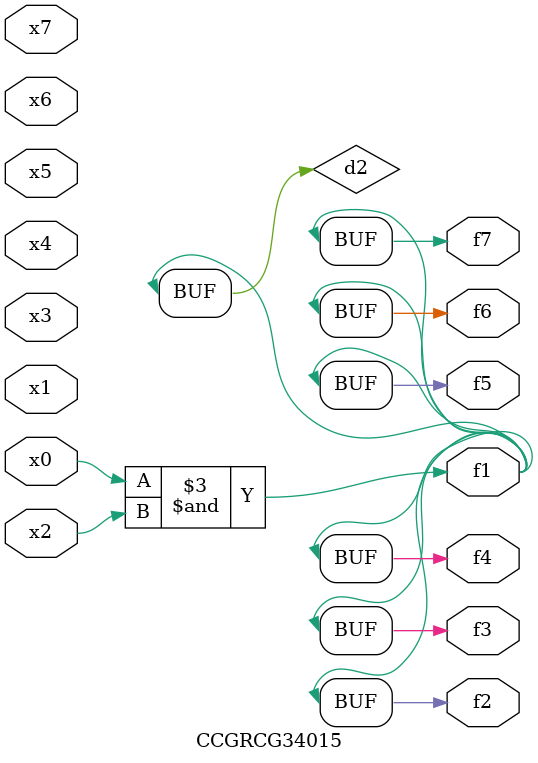
<source format=v>
module CCGRCG34015(
	input x0, x1, x2, x3, x4, x5, x6, x7,
	output f1, f2, f3, f4, f5, f6, f7
);

	wire d1, d2;

	nor (d1, x3, x6);
	and (d2, x0, x2);
	assign f1 = d2;
	assign f2 = d2;
	assign f3 = d2;
	assign f4 = d2;
	assign f5 = d2;
	assign f6 = d2;
	assign f7 = d2;
endmodule

</source>
